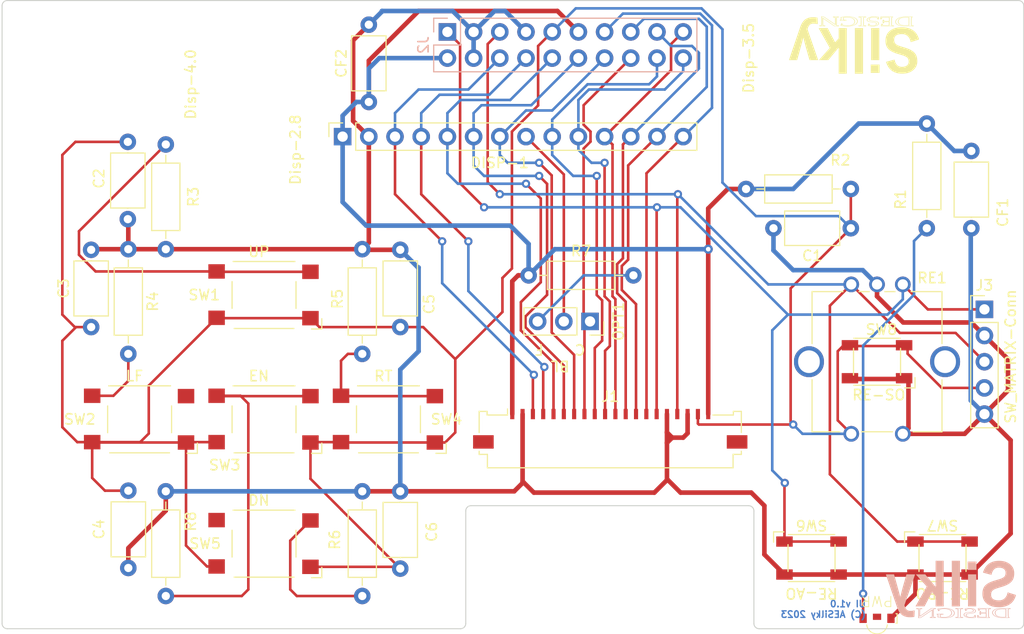
<source format=kicad_pcb>
(kicad_pcb (version 20221018) (generator pcbnew)
  (title_block (title "MuKOB UI Board") (company "Silky Design - AES"))
  (layers (0 "F.Cu" signal) (31 "B.Cu" signal) (34 "B.Paste" user) (35 "F.Paste" user) (36 "B.SilkS" user "B.Silkscreen") (37 "F.SilkS" user "F.Silkscreen") (38 "B.Mask" user) (39 "F.Mask" user) (44 "Edge.Cuts" user))
  (net 0 "")
  (net 1 "/SW_MTRX")
  (net 2 "GND")
  (net 3 "+3.3V")
  (net 4 "/DISP_CS-")
  (net 5 "/DISP_RST-")
  (net 6 "/DISP_D{slash}C-")
  (net 7 "/DISP_MOSI")
  (net 8 "/DISP_SCK")
  (net 9 "Net-(DISP-1-LED_BL)")
  (net 10 "/DISP_MISO")
  (net 11 "/TCH_CLK")
  (net 12 "/TCH_CS-")
  (net 13 "/TCH_MOSI")
  (net 14 "/TCH_MISO")
  (net 15 "/TCH_IRQ-")
  (net 16 "/DISP_BL_LED")
  (net 17 "/RE_A")
  (net 18 "/RE_B")
  (net 19 "Net-(LED1-A)")
  (net 20 "Net-(OPT1-Pin_3)")
  (net 21 "Net-(R3-Pad2)")
  (net 22 "Net-(R4-Pad2)")
  (net 23 "Net-(R5-Pad2)")
  (net 24 "Net-(R6-Pad2)")
  (net 25 "Net-(R8-Pad2)")
  (footprint "Resistor_THT:R_Axial_DIN0207_L6.3mm_D2.5mm_P10.16mm_Horizontal" (layer "F.Cu") (at 190.0428 114.5032)
    (fp_text reference "R2")
    (fp_text value "10k")
  )
  (footprint "AES_Library:SW_PUSH_SMD_1P1T_NO_6x6mm" (layer "F.Cu") (at 131.2418 136.8552 180)
    (fp_text reference "SW2")
    (fp_text value "LF")
  )
  (footprint "MountingHole:MountingHole_3.2mm_M3" (layer "F.Cu") (at 211.8868 101.2952 90)
    (fp_text reference "H4" hide)
    (fp_text value "MountingHole" hide)
  )
  (footprint "AES_Library:LED_SMD_SIDEVIEW_Harvatek" (layer "F.Cu") (at 202.7428 156.6672 -90)
    (fp_text reference "LED1" hide)
    (fp_text value "PWR")
  )
  (footprint "Connector_PinSocket_2.54mm:PinSocket_1x03_P2.54mm_Vertical" (layer "F.Cu") (at 174.9148 127.3552 -90)
    (fp_text reference "OPT1")
    (fp_text value "Conn_01x03")
  )
  (footprint "Rotary_Encoder:RotaryEncoder_Bourns_Vertical_PEC12R-3xxxF-Sxxxx" (layer "F.Cu") (at 205.2428 123.7632 -90)
    (fp_text reference "RE1")
    (fp_text value "RotEnc-SW")
  )
  (footprint "AES_Library:SW_PUSH_SMD_1P1T_NO_45x45mm-CK" (layer "F.Cu") (at 196.3928 150.3172)
    (fp_text reference "SW6")
    (fp_text value "RE-AO")
  )
  (footprint "Resistor_THT:R_Axial_DIN0207_L6.3mm_D2.5mm_P10.16mm_Horizontal" (layer "F.Cu") (at 207.5688 108.1532 -90)
    (fp_text reference "R1")
    (fp_text value "100")
  )
  (footprint "AES_Library:SW_PUSH_SMD_1P1T_NO_45x45mm-CK" (layer "F.Cu") (at 202.7428 131.2672 180)
    (fp_text reference "SW8")
    (fp_text value "RE-SO")
  )
  (footprint "Capacitor_THT:C_Axial_L5.1mm_D3.1mm_P7.50mm_Horizontal" (layer "F.Cu") (at 156.5148 127.9052 90)
    (fp_text reference "C5")
    (fp_text value "0.1uF")
  )
  (footprint "AES_Library:Amphenol_F51L_1x20_P1.00mm_Horizontal-FFC" (layer "F.Cu") (at 176.8748 137.2572)
    (fp_text reference "J1")
    (fp_text value "Conn_01x20-FFC")
  )
  (footprint "MountingHole:MountingHole_3.2mm_M3" (layer "F.Cu") (at 140.5128 107.6452 90)
    (fp_text reference "M_DISP3" hide)
    (fp_text value "Disp-4.0")
  )
  (footprint "Resistor_THT:R_Axial_DIN0207_L6.3mm_D2.5mm_P10.16mm_Horizontal" (layer "F.Cu") (at 133.7818 120.3452 90)
    (fp_text reference "R3")
    (fp_text value "47k")
  )
  (footprint "Capacitor_THT:C_Axial_L5.1mm_D3.1mm_P7.50mm_Horizontal" (layer "F.Cu") (at 130.1468 143.7802 -90)
    (fp_text reference "C4")
    (fp_text value "0.1uF")
  )
  (footprint "MountingHole:MountingHole_3.2mm_M3" (layer "F.Cu") (at 146.3548 103.3272 90)
    (fp_text reference "M_DISP1" hide)
    (fp_text value "Disp-2.8")
  )
  (footprint "Connector_PinHeader_2.54mm:PinHeader_1x05_P2.54mm_Vertical" (layer "F.Cu") (at 213.1568 126.1872)
    (fp_text reference "J3")
    (fp_text value "SW_MATRIX-Conn")
  )
  (footprint "Capacitor_THT:C_Axial_L5.1mm_D3.1mm_P7.50mm_Horizontal" (layer "F.Cu") (at 200.2028 118.3132 180)
    (fp_text reference "C1")
    (fp_text value "0.1uF")
  )
  (footprint "Capacitor_THT:C_Axial_L5.1mm_D3.1mm_P7.50mm_Horizontal" (layer "F.Cu") (at 130.0988 109.9312 -90)
    (fp_text reference "C2")
    (fp_text value "0.1uF")
  )
  (footprint "Resistor_THT:R_Axial_DIN0207_L6.3mm_D2.5mm_P10.16mm_Horizontal" (layer "F.Cu") (at 130.1468 120.3452 -90)
    (fp_text reference "R4")
    (fp_text value "15k")
  )
  (footprint "Resistor_THT:R_Axial_DIN0207_L6.3mm_D2.5mm_P10.16mm_Horizontal" (layer "F.Cu") (at 168.9608 122.8852)
    (fp_text reference "R7")
    (fp_text value "100")
  )
  (footprint "MountingHole:MountingHole_3.2mm_M3" (layer "F.Cu") (at 122.9868 152.0952 90)
    (fp_text reference "H1" hide)
    (fp_text value "MountingHole" hide)
  )
  (footprint "MountingHole:MountingHole_3.2mm_M3" (layer "F.Cu") (at 211.8868 141.9352 90)
    (fp_text reference "H3" hide)
    (fp_text value "MountingHole" hide)
  )
  (footprint "Capacitor_THT:C_Axial_L5.1mm_D3.1mm_P7.50mm_Horizontal" (layer "F.Cu") (at 156.5148 151.3402 90)
    (fp_text reference "C6")
    (fp_text value "0.1uF")
  )
  (footprint "Capacitor_THT:C_Axial_L5.1mm_D3.1mm_P7.50mm_Horizontal" (layer "F.Cu") (at 211.8868 110.8132 -90)
    (fp_text reference "CF1")
    (fp_text value "0.1uF")
  )
  (footprint "Resistor_THT:R_Axial_DIN0207_L6.3mm_D2.5mm_P10.16mm_Horizontal" (layer "F.Cu") (at 152.8318 120.3452 -90)
    (fp_text reference "R5")
    (fp_text value "28k")
  )
  (footprint "Connector_PinSocket_2.54mm:PinSocket_1x14_P2.54mm_Vertical" (layer "F.Cu") (at 150.9268 109.4232 90)
    (fp_text reference "DISP-1")
    (fp_text value "TFT-SPI w/Touch 9/5")
  )
  (footprint "AES_Library:SW_PUSH_SMD_1P1T_NO_45x45mm-CK" (layer "F.Cu") (at 209.0928 150.3172)
    (fp_text reference "SW7")
    (fp_text value "RE-BO")
  )
  (footprint "AES_Library:SW_PUSH_SMD_1P1T_NO_6x6mm" (layer "F.Cu") (at 143.3068 136.8552 180)
    (fp_text reference "SW3")
    (fp_text value "EN")
  )
  (footprint "Capacitor_THT:C_Axial_L5.1mm_D3.1mm_P7.50mm_Horizontal" (layer "F.Cu") (at 126.5428 127.9052 90)
    (fp_text reference "C3")
    (fp_text value "0.1uF")
  )
  (footprint "MountingHole:MountingHole_3.2mm_M3" (layer "F.Cu") (at 122.9868 101.2952 90)
    (fp_text reference "H2" hide)
    (fp_text value "MountingHole" hide)
  )
  (footprint "MountingHole:MountingHole_3.2mm_M3" (layer "F.Cu") (at 192.8368 108.1532 90)
    (fp_text reference "M_DISP2" hide)
    (fp_text value "Disp-3.5")
  )
  (footprint "Resistor_THT:R_Axial_DIN0207_L6.3mm_D2.5mm_P10.16mm_Horizontal" (layer "F.Cu") (at 133.7818 143.8402 -90)
    (fp_text reference "R8")
    (fp_text value "2.2k")
  )
  (footprint "AES_Library:SILKY-DESIGN-logo-0_50-AES" (layer "F.Cu") (at 200.4568 100.5332 180)
    (fp_text reference "G***" hide)
    (fp_text value "LOGO" hide)
  )
  (footprint "AES_Library:SW_PUSH_SMD_1P1T_NO_6x6mm" (layer "F.Cu") (at 143.3068 148.9202 180)
    (fp_text reference "SW5")
    (fp_text value "DN")
  )
  (footprint "Resistor_THT:R_Axial_DIN0207_L6.3mm_D2.5mm_P10.16mm_Horizontal" (layer "F.Cu") (at 152.8318 143.8402 -90)
    (fp_text reference "R6")
    (fp_text value "6.8k")
  )
  (footprint "AES_Library:SW_PUSH_SMD_1P1T_NO_6x6mm" (layer "F.Cu") (at 155.3718 136.8552 180)
    (fp_text reference "SW4")
    (fp_text value "RT")
  )
  (footprint "AES_Library:SW_PUSH_SMD_1P1T_NO_6x6mm" (layer "F.Cu") (at 143.3068 124.7902 180)
    (fp_text reference "SW1")
    (fp_text value "UP")
  )
  (footprint "Capacitor_THT:C_Axial_L5.1mm_D3.1mm_P7.50mm_Horizontal" (layer "F.Cu") (at 153.4668 106.0612 90)
    (fp_text reference "CF2")
    (fp_text value "0.1uF")
  )
  (footprint "AES_Library:SILKY-DESIGN-logo-0_50-AES" (layer "B.Cu") (at 209.8548 153.3652 180)
    (fp_text reference "G***" hide)
    (fp_text value "LOGO" hide)
  )
  (footprint "Connector_PinHeader_2.54mm:PinHeader_2x10_P2.54mm_Vertical" (layer "B.Cu") (at 161.0868 99.2632 -90)
    (fp_text reference "J2")
    (fp_text value "UI 20-RBN")
  )
  (gr_line (start 216.4588 157.1752) (end 191.3128 157.1752) (stroke (width 0.1)) (layer "Edge.Cuts"))
  (gr_line (start 190.2968 145.2372) (end 163.3728 145.2372) (stroke (width 0.1)) (layer "Edge.Cuts"))
  (gr_arc (start 191.3128 157.1752) (mid 190.95359 157.02641) (end 190.8048 156.6672) (stroke (width 0.1)) (layer "Edge.Cuts"))
  (gr_arc (start 190.2968 145.2372) (mid 190.65601 145.38599) (end 190.8048 145.7452) (stroke (width 0.1)) (layer "Edge.Cuts"))
  (gr_arc (start 216.4588 96.2152) (mid 216.81801 96.36399) (end 216.9668 96.7232) (stroke (width 0.1)) (layer "Edge.Cuts"))
  (gr_line (start 162.3568 157.1752) (end 118.4148 157.1752) (stroke (width 0.1)) (layer "Edge.Cuts"))
  (gr_arc (start 117.9068 96.7232) (mid 118.05559 96.36399) (end 118.4148 96.2152) (stroke (width 0.1)) (layer "Edge.Cuts"))
  (gr_line (start 118.4148 96.2152) (end 216.4588 96.2152) (stroke (width 0.1)) (layer "Edge.Cuts"))
  (gr_line (start 117.9068 156.6672) (end 117.9068 96.7232) (stroke (width 0.1)) (layer "Edge.Cuts"))
  (gr_arc (start 162.8648 145.7452) (mid 163.01359 145.38599) (end 163.3728 145.2372) (stroke (width 0.1)) (layer "Edge.Cuts"))
  (gr_arc (start 216.9668 156.6672) (mid 216.81801 157.02641) (end 216.4588 157.1752) (stroke (width 0.1)) (layer "Edge.Cuts"))
  (gr_line (start 216.9668 96.7232) (end 216.9668 156.6672) (stroke (width 0.1)) (layer "Edge.Cuts"))
  (gr_arc (start 162.8648 156.6672) (mid 162.71601 157.02641) (end 162.3568 157.1752) (stroke (width 0.1)) (layer "Edge.Cuts"))
  (gr_arc (start 118.4148 157.1752) (mid 118.05559 157.02641) (end 117.9068 156.6672) (stroke (width 0.1)) (layer "Edge.Cuts"))
  (gr_line (start 190.8048 156.6672) (end 190.8048 145.7452) (stroke (width 0.1)) (layer "Edge.Cuts"))
  (gr_line (start 162.8648 145.7452) (end 162.8648 156.6672) (stroke (width 0.1)) (layer "Edge.Cuts"))
  (gr_text "UI v1.0\n(C) AESilky 2023" (at 201.7268 156.1592) (layer "B.Cu") (effects (font (size 0.635 0.635) (thickness 0.127) bold) (justify left bottom mirror)))
  (gr_text "  BL\nC    F" (at 174.5488 129.4892 180) (layer "F.SilkS") (effects (font (size 1 1)) (justify left bottom)))
  (segment (start 160.8688 139.1052) (end 159.8718 139.1052) (width 0.25) (layer "F.Cu") (net 1))
  (segment (start 147.8068 127.0402) (end 138.7428 127.0402) (width 0.25) (layer "F.Cu") (net 1))
  (segment (start 156.5148 127.9052) (end 158.7408 127.9052) (width 0.25) (layer "F.Cu") (net 1))
  (segment (start 132.1308 133.5802) (end 132.1308 138.2352) (width 0.25) (layer "F.Cu") (net 1))
  (segment (start 169.8818 100.6282) (end 169.8818 106.396499) (width 0.25) (layer "F.Cu") (net 1))
  (segment (start 200.4568 129.7432) (end 205.7068 129.7432) (width 0.25) (layer "F.Cu") (net 1))
  (segment (start 148.6718 127.9052) (end 147.8068 127.0402) (width 0.25) (layer "F.Cu") (net 1))
  (segment (start 138.7068 151.1342) (end 137.7738 151.1342) (width 0.25) (layer "F.Cu") (net 1))
  (segment (start 138.7068 139.0692) (end 135.7778 139.0692) (width 0.25) (layer "F.Cu") (net 1))
  (segment (start 123.7488 111.2012) (end 125.0188 109.9312) (width 0.25) (layer "F.Cu") (net 1))
  (segment (start 126.6418 142.5422) (end 126.6418 139.0692) (width 0.25) (layer "F.Cu") (net 1))
  (segment (start 135.7418 149.1022) (end 135.7418 139.1052) (width 0.25) (layer "F.Cu") (net 1))
  (segment (start 171.2468 99.2632) (end 169.8818 100.6282) (width 0.25) (layer "F.Cu") (net 1))
  (segment (start 194.3678 137.1162) (end 194.6148 137.3632) (width 0.25) (layer "F.Cu") (net 1))
  (segment (start 126.5428 127.9052) (end 125.0788 127.9052) (width 0.25) (layer "F.Cu") (net 1))
  (segment (start 194.3678 124.1482) (end 194.3678 137.1162) (width 0.25) (layer "F.Cu") (net 1))
  (segment (start 125.2008 139.0692) (end 123.7488 137.6172) (width 0.25) (layer "F.Cu") (net 1))
  (segment (start 147.8068 142.6252) (end 147.8068 139.1052) (width 0.25) (layer "F.Cu") (net 1))
  (segment (start 132.1308 138.2352) (end 131.2968 139.0692) (width 0.25) (layer "F.Cu") (net 1))
  (segment (start 135.7418 139.1052) (end 126.6778 139.1052) (width 0.25) (layer "F.Cu") (net 1))
  (segment (start 185.3748 137.2672) (end 185.4708 137.3632) (width 0.25) (layer "F.Cu") (net 1))
  (segment (start 161.8488 131.0132) (end 161.8488 138.1252) (width 0.25) (layer "F.Cu") (net 1))
  (segment (start 131.2968 139.0692) (end 126.6418 139.0692) (width 0.25) (layer "F.Cu") (net 1))
  (segment (start 209.0208 133.8072) (end 213.1568 133.8072) (width 0.25) (layer "F.Cu") (net 1))
  (segment (start 150.7718 139.0692) (end 147.8428 139.0692) (width 0.25) (layer "F.Cu") (net 1))
  (segment (start 198.9328 136.9532) (end 200.2428 138.2632) (width 0.25) (layer "F.Cu") (net 1))
  (segment (start 125.0188 109.9312) (end 130.0988 109.9312) (width 0.25) (layer "F.Cu") (net 1))
  (segment (start 166.4208 123.1392) (end 166.4208 126.4412) (width 0.25) (layer "F.Cu") (net 1))
  (segment (start 150.8198 145.6382) (end 147.8068 142.6252) (width 0.25) (layer "F.Cu") (net 1))
  (segment (start 150.8198 145.6452) (end 150.8198 145.6382) (width 0.25) (layer "F.Cu") (net 1))
  (segment (start 137.7738 151.1342) (end 135.7418 149.1022) (width 0.25) (layer "F.Cu") (net 1))
  (segment (start 185.3748 136.3472) (end 185.3748 137.2672) (width 0.25) (layer "F.Cu") (net 1))
  (segment (start 126.6418 139.0692) (end 125.2008 139.0692) (width 0.25) (layer "F.Cu") (net 1))
  (segment (start 138.7068 127.0042) (end 132.1308 133.5802) (width 0.25) (layer "F.Cu") (net 1))
  (segment (start 169.8818 106.396499) (end 167.3418 108.936499) (width 0.25) (layer "F.Cu") (net 1))
  (segment (start 127.8798 143.7802) (end 126.6418 142.5422) (width 0.25) (layer "F.Cu") (net 1))
  (segment (start 156.5148 127.9052) (end 148.6718 127.9052) (width 0.25) (layer "F.Cu") (net 1))
  (segment (start 205.7068 130.4932) (end 209.0208 133.8072) (width 0.25) (layer "F.Cu") (net 1))
  (segment (start 147.8068 151.1702) (end 156.3448 151.1702) (width 0.25) (layer "F.Cu") (net 1))
  (segment (start 123.7488 126.6952) (end 123.7488 111.2012) (width 0.25) (layer "F.Cu") (net 1))
  (segment (start 166.4208 126.4412) (end 161.8488 131.0132) (width 0.25) (layer "F.Cu") (net 1))
  (segment (start 205.7068 129.7432) (end 205.7068 130.4932) (width 0.25) (layer "F.Cu") (net 1))
  (segment (start 130.1468 143.7802) (end 127.8798 143.7802) (width 0.25) (layer "F.Cu") (net 1))
  (segment (start 200.2028 118.3132) (end 194.3678 124.1482) (width 0.25) (layer "F.Cu") (net 1))
  (segment (start 123.7488 137.6172) (end 123.7488 129.2352) (width 0.25) (layer "F.Cu") (net 1))
  (segment (start 198.9328 130.2512) (end 198.9328 136.9532) (width 0.25) (layer "F.Cu") (net 1))
  (segment (start 200.2028 114.5032) (end 200.2028 118.3132) (width 0.25) (layer "F.Cu") (net 1))
  (segment (start 159.8718 139.1052) (end 150.8078 139.1052) (width 0.25) (layer "F.Cu") (net 1))
  (segment (start 123.7488 129.2352) (end 125.0788 127.9052) (width 0.25) (layer "F.Cu") (net 1))
  (segment (start 158.7408 127.9052) (end 161.8488 131.0132) (width 0.25) (layer "F.Cu") (net 1))
  (segment (start 167.3418 122.2182) (end 166.4208 123.1392) (width 0.25) (layer "F.Cu") (net 1))
  (segment (start 161.8488 138.1252) (end 160.8688 139.1052) (width 0.25) (layer "F.Cu") (net 1))
  (segment (start 167.3418 122.2182) (end 167.3418 108.936499) (width 0.25) (layer "F.Cu") (net 1))
  (segment (start 125.0788 127.9052) (end 124.9588 127.9052) (width 0.25) (layer "F.Cu") (net 1))
  (segment (start 124.9588 127.9052) (end 123.7488 126.6952) (width 0.25) (layer "F.Cu") (net 1))
  (segment (start 200.4568 129.7432) (end 199.4408 129.7432) (width 0.25) (layer "F.Cu") (net 1))
  (segment (start 156.5148 151.3402) (end 150.8198 145.6452) (width 0.25) (layer "F.Cu") (net 1))
  (segment (start 185.4708 137.3632) (end 194.6148 137.3632) (width 0.25) (layer "F.Cu") (net 1))
  (segment (start 199.4408 129.7432) (end 198.9328 130.2512) (width 0.25) (layer "F.Cu") (net 1))
  (via (at 194.6148 137.3632) (size 0.8) (drill 0.4) (layers "F.Cu" "B.Cu") (net 1))
  (segment (start 185.7248 96.9772) (end 187.7568 99.0092) (width 0.25) (layer "B.Cu") (net 1))
  (segment (start 195.5148 138.2632) (end 200.2428 138.2632) (width 0.25) (layer "B.Cu") (net 1))
  (segment (start 199.0238 117.1342) (end 200.2028 118.3132) (width 0.25) (layer "B.Cu") (net 1))
  (segment (start 194.6148 137.3632) (end 195.5148 138.2632) (width 0.25) (layer "B.Cu") (net 1))
  (segment (start 191.006442 117.1342) (end 199.0238 117.1342) (width 0.25) (layer "B.Cu") (net 1))
  (segment (start 171.2468 99.2632) (end 173.5328 96.9772) (width 0.25) (layer "B.Cu") (net 1))
  (segment (start 173.5328 96.9772) (end 185.7248 96.9772) (width 0.25) (layer "B.Cu") (net 1))
  (segment (start 187.7568 99.0092) (end 187.7568 113.884558) (width 0.25) (layer "B.Cu") (net 1))
  (segment (start 187.7568 113.884558) (end 191.006442 117.1342) (width 0.25) (layer "B.Cu") (net 1))
  (segment (start 130.1468 120.3452) (end 126.6028 120.3452) (width 0.4445) (layer "F.Cu") (net 2))
  (segment (start 213.1568 136.3472) (end 215.6968 138.8872) (width 0.4445) (layer "F.Cu") (net 2))
  (segment (start 130.1468 149.3492) (end 130.1468 151.2802) (width 0.4445) (layer "F.Cu") (net 2))
  (segment (start 202.7428 124.9172) (end 202.7428 123.7632) (width 0.4445) (layer "F.Cu") (net 2))
  (segment (start 199.0178 151.9172) (end 206.4678 151.9172) (width 0.4445) (layer "F.Cu") (net 2))
  (segment (start 183.9468 138.6332) (end 182.8828 138.6332) (width 0.4445) (layer "F.Cu") (net 2))
  (segment (start 184.3748 138.2052) (end 183.9468 138.6332) (width 0.4445) (layer "F.Cu") (net 2))
  (segment (start 156.5148 120.4052) (end 152.8918 120.4052) (width 0.4445) (layer "F.Cu") (net 2))
  (segment (start 213.1568 128.7272) (end 215.4428 131.0132) (width 0.4445) (layer "F.Cu") (net 2))
  (segment (start 206.4678 151.9172) (end 206.4678 153.7922) (width 0.4445) (layer "F.Cu") (net 2))
  (segment (start 182.3748 136.3472) (end 182.3748 138.1252) (width 0.4445) (layer "F.Cu") (net 2))
  (segment (start 153.4668 109.4232) (end 153.4668 119.7102) (width 0.4445) (layer "F.Cu") (net 2))
  (segment (start 211.7178 151.9172) (end 215.6968 147.9382) (width 0.4445) (layer "F.Cu") (net 2))
  (segment (start 183.6928 143.9672) (end 182.4708 142.7452) (width 0.4445) (layer "F.Cu") (net 2))
  (segment (start 191.8208 149.9702) (end 193.7678 151.9172) (width 0.4445) (layer "F.Cu") (net 2))
  (segment (start 156.5148 143.8402) (end 152.8318 143.8402) (width 0.4445) (layer "F.Cu") (net 2))
  (segment (start 182.8828 138.6332) (end 182.3748 138.1252) (width 0.4445) (layer "F.Cu") (net 2))
  (segment (start 191.8208 145.2372) (end 191.8208 149.9702) (width 0.4445) (layer "F.Cu") (net 2))
  (segment (start 182.3748 142.7452) (end 181.1528 143.9672) (width 0.4445) (layer "F.Cu") (net 2))
  (segment (start 206.4678 153.7922) (end 204.0928 156.1672) (width 0.4445) (layer "F.Cu") (net 2))
  (segment (start 168.3748 142.8732) (end 168.3748 136.3472) (width 0.4445) (layer "F.Cu") (net 2))
  (segment (start 190.5508 143.9672) (end 191.8208 145.2372) (width 0.4445) (layer "F.Cu") (net 2))
  (segment (start 200.4568 132.9432) (end 205.7068 132.9432) (width 0.4445) (layer "F.Cu") (net 2))
  (segment (start 205.2828 127.4572) (end 202.7428 124.9172) (width 0.4445) (layer "F.Cu") (net 2))
  (segment (start 152.8318 120.3452) (end 133.7818 120.3452) (width 0.4445) (layer "F.Cu") (net 2))
  (segment (start 213.1568 136.3472) (end 211.2408 138.2632) (width 0.4445) (layer "F.Cu") (net 2))
  (segment (start 151.9428 107.8992) (end 153.4668 109.4232) (width 0.4445) (layer "F.Cu") (net 2))
  (segment (start 211.2408 138.2632) (end 205.2428 138.2632) (width 0.4445) (layer "F.Cu") (net 2))
  (segment (start 182.3748 138.1252) (end 182.3748 139.1412) (width 0.4445) (layer "F.Cu") (net 2))
  (segment (start 168.4528 142.9512) (end 168.3748 142.8732) (width 0.4445) (layer "F.Cu") (net 2))
  (segment (start 153.4668 98.5612) (end 151.9428 100.0852) (width 0.4445) (layer "F.Cu") (net 2))
  (segment (start 213.1568 128.7272) (end 211.8868 127.4572) (width 0.4445) (layer "F.Cu") (net 2))
  (segment (start 153.4668 119.7102) (end 152.8318 120.3452) (width 0.4445) (layer "F.Cu") (net 2))
  (segment (start 205.7908 133.0272) (end 205.7908 137.7152) (width 0.4445) (layer "F.Cu") (net 2))
  (segment (start 205.7908 137.7152) (end 205.2428 138.2632) (width 0.4445) (layer "F.Cu") (net 2))
  (segment (start 183.6928 143.9672) (end 190.5508 143.9672) (width 0.4445) (layer "F.Cu") (net 2))
  (segment (start 169.4688 143.9672) (end 168.4528 142.9512) (width 0.4445) (layer "F.Cu") (net 2))
  (segment (start 211.8868 127.4572) (end 205.2828 127.4572) (width 0.4445) (layer "F.Cu") (net 2))
  (segment (start 182.3748 139.1412) (end 182.3748 142.7452) (width 0.4445) (layer "F.Cu") (net 2))
  (segment (start 215.6968 138.8872) (end 215.6968 147.9382) (width 0.4445) (layer "F.Cu") (net 2))
  (segment (start 206.4678 151.9172) (end 211.7178 151.9172) (width 0.4445) (layer "F.Cu") (net 2))
  (segment (start 133.7818 145.7142) (end 130.1948 149.3012) (width 0.4445) (layer "F.Cu") (net 2))
  (segment (start 156.5148 143.8402) (end 167.5638 143.8402) (width 0.4445) (layer "F.Cu") (net 2))
  (segment (start 133.7818 143.8402) (end 133.7818 145.7142) (width 0.4445) (layer "F.Cu") (net 2))
  (segment (start 215.4428 131.0132) (end 215.4428 134.0612) (width 0.4445) (layer "F.Cu") (net 2))
  (segment (start 151.9428 100.0852) (end 151.9428 107.8992) (width 0.4445) (layer "F.Cu") (net 2))
  (segment (start 193.7678 151.9172) (end 199.0178 151.9172) (width 0.4445) (layer "F.Cu") (net 2))
  (segment (start 181.1528 143.9672) (end 169.4688 143.9672) (width 0.4445) (layer "F.Cu") (net 2))
  (segment (start 130.1468 120.3452) (end 130.1468 117.4792) (width 0.4445) (layer "F.Cu") (net 2))
  (segment (start 167.5638 143.8402) (end 168.4528 142.9512) (width 0.4445) (layer "F.Cu") (net 2))
  (segment (start 213.1568 136.3472) (end 215.4428 134.0612) (width 0.4445) (layer "F.Cu") (net 2))
  (segment (start 182.8828 138.6332) (end 182.3748 139.1412) (width 0.4445) (layer "F.Cu") (net 2))
  (segment (start 133.7818 120.3452) (end 130.1468 120.3452) (width 0.4445) (layer "F.Cu") (net 2))
  (segment (start 182.4708 142.7452) (end 182.3748 142.7452) (width 0.4445) (layer "F.Cu") (net 2))
  (segment (start 184.3748 136.3472) (end 184.3748 138.2052) (width 0.4445) (layer "F.Cu") (net 2))
  (segment (start 154.7368 97.2312) (end 161.5948 97.2312) (width 0.4445) (layer "B.Cu") (net 2))
  (segment (start 192.7028 118.3132) (end 192.7028 120.4652) (width 0.4445) (layer "B.Cu") (net 2))
  (segment (start 166.6748 97.2312) (end 168.7068 99.2632) (width 0.4445) (layer "B.Cu") (net 2))
  (segment (start 158.2328 122.1232) (end 158.2928 122.1232) (width 0.4445) (layer "B.Cu") (net 2))
  (segment (start 211.83055 118.36945) (end 211.83055 135.02095) (width 0.4445) (layer "B.Cu") (net 2))
  (segment (start 158.2928 130.2512) (end 156.5148 132.0292) (width 0.4445) (layer "B.Cu") (net 2))
  (segment (start 163.6268 99.2632) (end 163.6268 101.8032) (width 0.4445) (layer "B.Cu") (net 2))
  (segment (start 133.7818 143.8402) (end 152.8318 143.8402) (width 0.4445) (layer "B.Cu") (net 2))
  (segment (start 163.6268 99.2632) (end 165.6588 97.2312) (width 0.4445) (layer "B.Cu") (net 2))
  (segment (start 154.7368 97.2912) (end 154.7368 97.2312) (width 0.4445) (layer "B.Cu") (net 2))
  (segment (start 211.83055 135.02095) (end 213.1568 136.3472) (width 0.4445) (layer "B.Cu") (net 2))
  (segment (start 158.2928 122.1232) (end 158.2928 130.2512) (width 0.4445) (layer "B.Cu") (net 2))
  (segment (start 201.3568 122.3772) (end 194.6148 122.3772) (width 0.4445) (layer "B.Cu") (net 2))
  (segment (start 165.6588 97.2312) (end 166.6748 97.2312) (width 0.4445) (layer "B.Cu") (net 2))
  (segment (start 192.7028 120.4652) (end 194.6148 122.3772) (width 0.4445) (layer "B.Cu") (net 2))
  (segment (start 161.5948 97.2312) (end 163.6268 99.2632) (width 0.4445) (layer "B.Cu") (net 2))
  (segment (start 156.5148 132.0292) (end 156.5148 143.8402) (width 0.4445) (layer "B.Cu") (net 2))
  (segment (start 156.5148 120.4052) (end 158.2328 122.1232) (width 0.4445) (layer "B.Cu") (net 2))
  (segment (start 202.7428 123.7632) (end 201.3568 122.3772) (width 0.4445) (layer "B.Cu") (net 2))
  (segment (start 153.4668 98.5612) (end 154.7368 97.2912) (width 0.4445) (layer "B.Cu") (net 2))
  (segment (start 188.2648 114.5032) (end 190.0428 114.5032) (width 0.4445) (layer "F.Cu") (net 3))
  (segment (start 168.9608 122.8852) (end 167.9448 122.8852) (width 0.4445) (layer "F.Cu") (net 3))
  (segment (start 153.4668 106.0612) (end 153.4668 102.0572) (width 0.4445) (layer "F.Cu") (net 3))
  (segment (start 158.2928 97.2312) (end 171.7548 97.2312) (width 0.4445) (layer "F.Cu") (net 3))
  (segment (start 167.9448 122.8852) (end 167.3748 123.4552) (width 0.4445) (layer "F.Cu") (net 3))
  (segment (start 186.3748 116.3932) (end 188.2648 114.5032) (width 0.4445) (layer "F.Cu") (net 3))
  (segment (start 171.7548 97.2312) (end 173.7868 99.2632) (width 0.4445) (layer "F.Cu") (net 3))
  (segment (start 186.3748 136.3472) (end 186.3748 120.3452) (width 0.4445) (layer "F.Cu") (net 3))
  (segment (start 186.3748 120.3452) (end 186.3748 116.3932) (width 0.4445) (layer "F.Cu") (net 3))
  (segment (start 153.4668 102.0572) (end 158.2928 97.2312) (width 0.4445) (layer "F.Cu") (net 3))
  (segment (start 167.3748 123.4552) (end 167.3748 136.3472) (width 0.4445) (layer "F.Cu") (net 3))
  (via (at 186.3748 120.3452) (size 0.889) (drill 0.4445) (layers "F.Cu" "B.Cu") (net 3))
  (segment (start 210.2288 110.8132) (end 207.5688 108.1532) (width 0.4445) (layer "B.Cu") (net 3))
  (segment (start 168.9608 119.8372) (end 168.9608 122.8852) (width 0.4445) (layer "B.Cu") (net 3))
  (segment (start 171.5008 120.3452) (end 186.3748 120.3452) (width 0.4445) (layer "B.Cu") (net 3))
  (segment (start 150.9268 115.7732) (end 150.9268 109.4232) (width 0.4445) (layer "B.Cu") (net 3))
  (segment (start 194.6148 114.5032) (end 190.0428 114.5032) (width 0.4445) (layer "B.Cu") (net 3))
  (segment (start 207.5688 108.1532) (end 200.9648 108.1532) (width 0.4445) (layer "B.Cu") (net 3))
  (segment (start 167.1828 118.0592) (end 168.9608 119.8372) (width 0.4445) (layer "B.Cu") (net 3))
  (segment (start 152.2568 106.0612) (end 153.4668 106.0612) (width 0.4445) (layer "B.Cu") (net 3))
  (segment (start 153.4668 102.8192) (end 154.4828 101.8032) (width 0.4445) (layer "B.Cu") (net 3))
  (segment (start 211.8868 110.8132) (end 210.2288 110.8132) (width 0.4445) (layer "B.Cu") (net 3))
  (segment (start 153.4668 106.0612) (end 153.4668 102.8192) (width 0.4445) (layer "B.Cu") (net 3))
  (segment (start 150.9268 109.4232) (end 150.9268 107.3912) (width 0.4445) (layer "B.Cu") (net 3))
  (segment (start 167.1828 118.0592) (end 153.2128 118.0592) (width 0.4445) (layer "B.Cu") (net 3))
  (segment (start 171.5008 120.3452) (end 168.9608 122.8852) (width 0.4445) (layer "B.Cu") (net 3))
  (segment (start 153.2128 118.0592) (end 150.9268 115.7732) (width 0.4445) (layer "B.Cu") (net 3))
  (segment (start 154.4828 101.8032) (end 161.0868 101.8032) (width 0.4445) (layer "B.Cu") (net 3))
  (segment (start 200.9648 108.1532) (end 194.6148 114.5032) (width 0.4445) (layer "B.Cu") (net 3))
  (segment (start 150.9268 107.3912) (end 152.2568 106.0612) (width 0.4445) (layer "B.Cu") (net 3))
  (segment (start 160.5788 119.5832) (end 156.0068 115.0112) (width 0.25) (layer "F.Cu") (net 4))
  (segment (start 169.3748 136.3472) (end 169.3748 132.6312) (width 0.25) (layer "F.Cu") (net 4))
  (segment (start 156.0068 115.0112) (end 156.0068 109.4232) (width 0.25) (layer "F.Cu") (net 4))
  (segment (start 169.3748 132.6312) (end 169.4688 132.5372) (width 0.25) (layer "F.Cu") (net 4))
  (via (at 169.4688 132.5372) (size 0.8) (drill 0.4) (layers "F.Cu" "B.Cu") (net 4))
  (via (at 160.5788 119.5832) (size 0.8) (drill 0.4) (layers "F.Cu" "B.Cu") (net 4))
  (segment (start 156.0068 107.1372) (end 156.0068 109.4232) (width 0.25) (layer "B.Cu") (net 4))
  (segment (start 158.2928 104.8512) (end 156.0068 107.1372) (width 0.25) (layer "B.Cu") (net 4))
  (segment (start 166.1668 101.8032) (end 163.1188 104.8512) (width 0.25) (layer "B.Cu") (net 4))
  (segment (start 160.5788 123.6472) (end 160.5788 119.5832) (width 0.25) (layer "B.Cu") (net 4))
  (segment (start 169.4688 132.5372) (end 160.5788 123.6472) (width 0.25) (layer "B.Cu") (net 4))
  (segment (start 163.1188 104.8512) (end 158.2928 104.8512) (width 0.25) (layer "B.Cu") (net 4))
  (segment (start 170.3748 131.8852) (end 170.4848 131.7752) (width 0.25) (layer "F.Cu") (net 5))
  (segment (start 158.5468 115.0112) (end 158.5468 109.4232) (width 0.25) (layer "F.Cu") (net 5))
  (segment (start 163.1188 119.5832) (end 158.5468 115.0112) (width 0.25) (layer "F.Cu") (net 5))
  (segment (start 170.3748 136.3472) (end 170.3748 131.8852) (width 0.25) (layer "F.Cu") (net 5))
  (via (at 163.1188 119.5832) (size 0.8) (drill 0.4) (layers "F.Cu" "B.Cu") (net 5))
  (via (at 170.4848 131.7752) (size 0.8) (drill 0.4) (layers "F.Cu" "B.Cu") (net 5))
  (segment (start 160.3248 105.3592) (end 158.5468 107.1372) (width 0.25) (layer "B.Cu") (net 5))
  (segment (start 163.1188 124.4092) (end 163.1188 119.5832) (width 0.25) (layer "B.Cu") (net 5))
  (segment (start 168.7068 101.8032) (end 165.1508 105.3592) (width 0.25) (layer "B.Cu") (net 5))
  (segment (start 165.1508 105.3592) (end 160.3248 105.3592) (width 0.25) (layer "B.Cu") (net 5))
  (segment (start 170.4848 131.7752) (end 163.1188 124.4092) (width 0.25) (layer "B.Cu") (net 5))
  (segment (start 158.5468 107.1372) (end 158.5468 109.4232) (width 0.25) (layer "B.Cu") (net 5))
  (segment (start 171.3748 136.3472) (end 171.3748 131.3952) (width 0.25) (layer "F.Cu") (net 6))
  (segment (start 171.3748 131.3952) (end 168.2098 128.2302) (width 0.25) (layer "F.Cu") (net 6))
  (segment (start 168.2098 125.4832) (end 170.1398 123.5532) (width 0.25) (layer "F.Cu") (net 6))
  (segment (start 170.1398 115.4282) (end 168.7068 113.9952) (width 0.25) (layer "F.Cu") (net 6))
  (segment (start 168.2098 128.2302) (end 168.2098 125.4832) (width 0.25) (layer "F.Cu") (net 6))
  (segment (start 170.1398 123.5532) (end 170.1398 115.4282) (width 0.25) (layer "F.Cu") (net 6))
  (via (at 168.7068 113.9952) (size 0.8) (drill 0.4) (layers "F.Cu" "B.Cu") (net 6))
  (segment (start 162.1028 113.9952) (end 161.0868 112.9792) (width 0.25) (layer "B.Cu") (net 6))
  (segment (start 168.7068 113.9952) (end 162.1028 113.9952) (width 0.25) (layer "B.Cu") (net 6))
  (segment (start 161.0868 107.1372) (end 161.0868 109.4232) (width 0.25) (layer "B.Cu") (net 6))
  (segment (start 171.2468 101.8032) (end 167.1828 105.8672) (width 0.25) (layer "B.Cu") (net 6))
  (segment (start 161.0868 112.9792) (end 161.0868 109.4232) (width 0.25) (layer "B.Cu") (net 6))
  (segment (start 162.3568 105.8672) (end 161.0868 107.1372) (width 0.25) (layer "B.Cu") (net 6))
  (segment (start 167.1828 105.8672) (end 162.3568 105.8672) (width 0.25) (layer "B.Cu") (net 6))
  (segment (start 170.7498 114.0062) (end 169.9768 113.2332) (width 0.25) (layer "F.Cu") (net 7))
  (segment (start 172.3748 136.3472) (end 172.3748 131.6332) (width 0.25) (layer "F.Cu") (net 7))
  (segment (start 168.6598 127.9182) (end 168.6598 126.868499) (width 0.25) (layer "F.Cu") (net 7))
  (segment (start 168.6598 126.868499) (end 170.7498 124.778499) (width 0.25) (layer "F.Cu") (net 7))
  (segment (start 170.7498 124.778499) (end 170.7498 114.0062) (width 0.25) (layer "F.Cu") (net 7))
  (segment (start 172.3748 131.6332) (end 168.6598 127.9182) (width 0.25) (layer "F.Cu") (net 7))
  (via (at 169.9768 113.2332) (size 0.8) (drill 0.4) (layers "F.Cu" "B.Cu") (net 7))
  (segment (start 169.9768 113.2332) (end 164.6428 113.2332) (width 0.25) (layer "B.Cu") (net 7))
  (segment (start 163.6268 112.2172) (end 163.6268 109.4232) (width 0.25) (layer "B.Cu") (net 7))
  (segment (start 164.6428 113.2332) (end 163.6268 112.2172) (width 0.25) (layer "B.Cu") (net 7))
  (segment (start 169.2148 106.3752) (end 164.3888 106.3752) (width 0.25) (layer "B.Cu") (net 7))
  (segment (start 173.7868 101.8032) (end 169.2148 106.3752) (width 0.25) (layer "B.Cu") (net 7))
  (segment (start 163.6268 107.1372) (end 163.6268 109.4232) (width 0.25) (layer "B.Cu") (net 7))
  (segment (start 164.3888 106.3752) (end 163.6268 107.1372) (width 0.25) (layer "B.Cu") (net 7))
  (segment (start 171.1998 128.4262) (end 171.1998 113.1862) (width 0.25) (layer "F.Cu") (net 8))
  (segment (start 173.3748 136.3472) (end 173.3748 130.6012) (width 0.25) (layer "F.Cu") (net 8))
  (segment (start 171.1998 113.1862) (end 169.9768 111.9632) (width 0.25) (layer "F.Cu") (net 8))
  (segment (start 173.3748 130.6012) (end 171.1998 128.4262) (width 0.25) (layer "F.Cu") (net 8))
  (via (at 169.9768 111.9632) (size 0.8) (drill 0.4) (layers "F.Cu" "B.Cu") (net 8))
  (segment (start 166.1668 111.2012) (end 166.1668 109.4232) (width 0.25) (layer "B.Cu") (net 8))
  (segment (start 166.9288 111.9632) (end 166.1668 111.2012) (width 0.25) (layer "B.Cu") (net 8))
  (segment (start 168.7068 106.8832) (end 166.1668 109.4232) (width 0.25) (layer "B.Cu") (net 8))
  (segment (start 169.9768 111.9632) (end 166.9288 111.9632) (width 0.25) (layer "B.Cu") (net 8))
  (segment (start 176.3268 101.8032) (end 171.2468 106.8832) (width 0.25) (layer "B.Cu") (net 8))
  (segment (start 171.2468 106.8832) (end 168.7068 106.8832) (width 0.25) (layer "B.Cu") (net 8))
  (segment (start 172.3748 113.0912) (end 168.7068 109.4232) (width 0.25) (layer "F.Cu") (net 9))
  (segment (start 172.3748 127.3552) (end 172.3748 113.0912) (width 0.25) (layer "F.Cu") (net 9))
  (segment (start 175.3748 129.9332) (end 176.0898 129.2182) (width 0.25) (layer "F.Cu") (net 10))
  (segment (start 176.0898 129.2182) (end 176.0898 125.316596) (width 0.25) (layer "F.Cu") (net 10))
  (segment (start 175.5648 124.791596) (end 175.5648 113.2332) (width 0.25) (layer "F.Cu") (net 10))
  (segment (start 175.3748 136.3472) (end 175.3748 129.9332) (width 0.25) (layer "F.Cu") (net 10))
  (segment (start 176.0898 125.316596) (end 175.5648 124.791596) (width 0.25) (layer "F.Cu") (net 10))
  (via (at 175.5648 113.2332) (size 0.8) (drill 0.4) (layers "F.Cu" "B.Cu") (net 10))
  (segment (start 180.6448 104.3432) (end 174.674404 104.3432) (width 0.25) (layer "B.Cu") (net 10))
  (segment (start 175.5648 113.2332) (end 173.2788 113.2332) (width 0.25) (layer "B.Cu") (net 10))
  (segment (start 174.674404 104.3432) (end 171.2468 107.770804) (width 0.25) (layer "B.Cu") (net 10))
  (segment (start 173.2788 113.2332) (end 171.2468 111.2012) (width 0.25) (layer "B.Cu") (net 10))
  (segment (start 171.2468 107.770804) (end 171.2468 109.4232) (width 0.25) (layer "B.Cu") (net 10))
  (segment (start 181.4068 103.5812) (end 180.6448 104.3432) (width 0.25) (layer "B.Cu") (net 10))
  (segment (start 171.2468 111.2012) (end 171.2468 109.4232) (width 0.25) (layer "B.Cu") (net 10))
  (segment (start 181.4068 101.8032) (end 181.4068 103.5812) (width 0.25) (layer "B.Cu") (net 10))
  (segment (start 176.3268 124.9172) (end 176.8348 125.4252) (width 0.25) (layer "F.Cu") (net 11))
  (segment (start 176.8348 125.4252) (end 176.8348 129.7432) (width 0.25) (layer "F.Cu") (net 11))
  (segment (start 176.3268 111.9632) (end 176.3268 124.9172) (width 0.25) (layer "F.Cu") (net 11))
  (segment (start 176.8348 129.7432) (end 176.3748 130.2032) (width 0.25) (layer "F.Cu") (net 11))
  (segment (start 176.3748 130.2032) (end 176.3748 136.3472) (width 0.25) (layer "F.Cu") (net 11))
  (via (at 176.3268 111.9632) (size 0.8) (drill 0.4) (layers "F.Cu" "B.Cu") (net 11))
  (segment (start 176.3268 111.9632) (end 175.0568 111.9632) (width 0.25) (layer "B.Cu") (net 11))
  (segment (start 173.7868 105.8672) (end 173.7868 109.4232) (width 0.25) (layer "B.Cu") (net 11))
  (segment (start 183.9468 103.0732) (end 182.1688 104.8512) (width 0.25) (layer "B.Cu") (net 11))
  (segment (start 183.9468 101.8032) (end 183.9468 103.0732) (width 0.25) (layer "B.Cu") (net 11))
  (segment (start 175.0568 111.9632) (end 173.7868 110.6932) (width 0.25) (layer "B.Cu") (net 11))
  (segment (start 174.8028 104.8512) (end 173.7868 105.8672) (width 0.25) (layer "B.Cu") (net 11))
  (segment (start 182.1688 104.8512) (end 174.8028 104.8512) (width 0.25) (layer "B.Cu") (net 11))
  (segment (start 173.7868 110.6932) (end 173.7868 109.4232) (width 0.25) (layer "B.Cu") (net 11))
  (segment (start 177.3748 125.1962) (end 177.0958 124.9172) (width 0.25) (layer "F.Cu") (net 12))
  (segment (start 177.0958 124.9172) (end 177.0958 110.1922) (width 0.25) (layer "F.Cu") (net 12))
  (segment (start 182.7718 100.4382) (end 182.7718 102.9782) (width 0.25) (layer "F.Cu") (net 12))
  (segment (start 182.7718 102.9782) (end 176.3268 109.4232) (width 0.25) (layer "F.Cu") (net 12))
  (segment (start 177.0958 110.1922) (end 176.3268 109.4232) (width 0.25) (layer "F.Cu") (net 12))
  (segment (start 177.3748 136.3472) (end 177.3748 125.1962) (width 0.25) (layer "F.Cu") (net 12))
  (segment (start 183.9468 99.2632) (end 182.7718 100.4382) (width 0.25) (layer "F.Cu") (net 12))
  (segment (start 178.3748 136.3472) (end 178.3748 125.4412) (width 0.25) (layer "F.Cu") (net 13))
  (segment (start 177.5458 121.791804) (end 178.1048 121.232804) (width 0.25) (layer "F.Cu") (net 13))
  (segment (start 177.5458 124.6122) (end 177.5458 121.791804) (width 0.25) (layer "F.Cu") (net 13))
  (segment (start 178.3748 125.4412) (end 177.5458 124.6122) (width 0.25) (layer "F.Cu") (net 13))
  (segment (start 178.1048 110.1852) (end 178.8668 109.4232) (width 0.25) (layer "F.Cu") (net 13))
  (segment (start 178.1048 121.232804) (end 178.1048 110.1852) (width 0.25) (layer "F.Cu") (net 13))
  (segment (start 182.7718 100.6282) (end 184.8038 100.6282) (width 0.25) (layer "B.Cu") (net 13))
  (segment (start 185.4708 101.2952) (end 185.4708 102.8192) (width 0.25) (layer "B.Cu") (net 13))
  (segment (start 181.4068 99.2632) (end 182.7718 100.6282) (width 0.25) (layer "B.Cu") (net 13))
  (segment (start 185.4708 102.8192) (end 178.8668 109.4232) (width 0.25) (layer "B.Cu") (net 13))
  (segment (start 184.8038 100.6282) (end 185.4708 101.2952) (width 0.25) (layer "B.Cu") (net 13))
  (segment (start 178.6128 121.3612) (end 178.6128 112.2172) (width 0.25) (layer "F.Cu") (net 14))
  (segment (start 177.9958 124.3002) (end 177.9958 121.9782) (width 0.25) (layer "F.Cu") (net 14))
  (segment (start 177.9958 121.9782) (end 178.6128 121.3612) (width 0.25) (layer "F.Cu") (net 14))
  (segment (start 178.6128 112.2172) (end 181.4068 109.4232) (width 0.25) (layer "F.Cu") (net 14))
  (segment (start 179.3748 136.3472) (end 179.3748 125.6792) (width 0.25) (layer "F.Cu") (net 14))
  (segment (start 179.3748 125.6792) (end 177.9958 124.3002) (width 0.25) (layer "F.Cu") (net 14))
  (segment (start 180.1368 97.9932) (end 185.46942 97.9932) (width 0.25) (layer "B.Cu") (net 14))
  (segment (start 178.8668 99.2632) (end 180.1368 97.9932) (width 0.25) (layer "B.Cu") (net 14))
  (segment (start 186.2328 98.75658) (end 186.2328 104.5972) (width 0.25) (layer "B.Cu") (net 14))
  (segment (start 186.2328 104.5972) (end 181.4068 109.4232) (width 0.25) (layer "B.Cu") (net 14))
  (segment (start 185.46942 97.9932) (end 186.2328 98.75658) (width 0.25) (layer "B.Cu") (net 14))
  (segment (start 183.9468 109.4232) (end 180.3908 112.9792) (width 0.25) (layer "F.Cu") (net 15))
  (segment (start 180.3908 112.9792) (end 180.3908 136.3312) (width 0.25) (layer "F.Cu") (net 15))
  (segment (start 186.7408 106.6292) (end 183.9468 109.4232) (width 0.25) (layer "B.Cu") (net 15))
  (segment (start 176.3268 99.2632) (end 178.1048 97.4852) (width 0.25) (layer "B.Cu") (net 15))
  (segment (start 186.7408 98.62889) (end 186.7408 106.6292) (width 0.25) (layer "B.Cu") (net 15))
  (segment (start 185.59711 97.4852) (end 186.7408 98.62889) (width 0.25) (layer "B.Cu") (net 15))
  (segment (start 178.1048 97.4852) (end 185.59711 97.4852) (width 0.25) (layer "B.Cu") (net 15))
  (segment (start 174.9618 109.909901) (end 174.2948 110.576901) (width 0.25) (layer "F.Cu") (net 16))
  (segment (start 174.2948 110.576901) (end 174.2948 126.7352) (width 0.25) (layer "F.Cu") (net 16))
  (segment (start 174.3748 127.8952) (end 174.3748 136.3472) (width 0.25) (layer "F.Cu") (net 16))
  (segment (start 174.2948 106.3752) (end 174.2948 108.269499) (width 0.25) (layer "F.Cu") (net 16))
  (segment (start 174.9618 108.936499) (end 174.9618 109.909901) (width 0.25) (layer "F.Cu") (net 16))
  (segment (start 178.8668 101.8032) (end 174.2948 106.3752) (width 0.25) (layer "F.Cu") (net 16))
  (segment (start 174.2948 108.269499) (end 174.9618 108.936499) (width 0.25) (layer "F.Cu") (net 16))
  (segment (start 181.3748 136.3472) (end 181.3748 116.3132) (width 0.25) (layer "F.Cu") (net 17))
  (segment (start 193.7678 143.0616) (end 193.802 143.0274) (width 0.25) (layer "F.Cu") (net 17))
  (segment (start 207.6668 126.1872) (end 205.2428 123.7632) (width 0.25) (layer "F.Cu") (net 17))
  (segment (start 162.3158 100.4922) (end 162.3158 113.9542) (width 0.25) (layer "F.Cu") (net 17))
  (segment (start 199.0178 148.7172) (end 193.7678 148.7172) (width 0.25) (layer "F.Cu") (net 17))
  (segment (start 193.7678 148.7172) (end 193.7678 143.0616) (width 0.25) (layer "F.Cu") (net 17))
  (segment (start 181.3748 116.3132) (end 181.4068 116.2812) (width 0.25) (layer "F.Cu") (net 17))
  (segment (start 213.1568 126.1872) (end 207.6668 126.1872) (width 0.25) (layer "F.Cu") (net 17))
  (segment (start 161.0868 99.2632) (end 162.3158 100.4922) (width 0.25) (layer "F.Cu") (net 17))
  (segment (start 194.013 143.0274) (end 193.802 143.0274) (width 0.25) (layer "F.Cu") (net 17))
  (segment (start 162.3158 113.9542) (end 164.6428 116.2812) (width 0.25) (layer "F.Cu") (net 17))
  (via (at 193.802 143.0274) (size 0.8) (drill 0.4) (layers "F.Cu" "B.Cu") (net 17))
  (via (at 181.4068 116.2812) (size 0.8) (drill 0.4) (layers "F.Cu" "B.Cu") (net 17))
  (via (at 164.6428 116.2812) (size 0.8) (drill 0.4) (layers "F.Cu" "B.Cu") (net 17))
  (segment (start 203.7588 126.6952) (end 194.1068 126.6952) (width 0.25) (layer "B.Cu") (net 17))
  (segment (start 181.4068 116.2812) (end 183.6928 116.2812) (width 0.25) (layer "B.Cu") (net 17))
  (segment (start 192.5828 141.8082) (end 193.802 143.0274) (width 0.25) (layer "B.Cu") (net 17))
  (segment (start 183.6928 116.2812) (end 194.1068 126.6952) (width 0.25) (layer "B.Cu") (net 17))
  (segment (start 205.2428 123.7632) (end 205.2428 125.2112) (width 0.25) (layer "B.Cu") (net 17))
  (segment (start 164.6428 116.2812) (end 181.4068 116.2812) (width 0.25) (layer "B.Cu") (net 17))
  (segment (start 194.1068 126.6952) (end 192.5828 128.2192) (width 0.25) (layer "B.Cu") (net 17))
  (segment (start 192.5828 128.2192) (end 192.5828 141.8082) (width 0.25) (layer "B.Cu") (net 17))
  (segment (start 205.2428 125.2112) (end 203.7588 126.6952) (width 0.25) (layer "B.Cu") (net 17))
  (segment (start 164.9918 113.8362) (end 166.1668 115.0112) (width 0.25) (layer "F.Cu") (net 18))
  (segment (start 198.1708 142.1892) (end 198.1708 125.8352) (width 0.25) (layer "F.Cu") (net 18))
  (segment (start 206.4678 148.7172) (end 204.6988 148.7172) (width 0.25) (layer "F.Cu") (net 18))
  (segment (start 183.3748 115.0752) (end 183.4388 115.0112) (width 0.25) (layer "F.Cu") (net 18))
  (segment (start 183.3748 136.3472) (end 183.3748 115.0752) (width 0.25) (layer "F.Cu") (net 18))
  (segment (start 164.9918 100.4382) (end 164.9918 113.8362) (width 0.25) (layer "F.Cu") (net 18))
  (segment (start 204.9528 128.4732) (end 210.3628 128.4732) (width 0.25) (layer "F.Cu") (net 18))
  (segment (start 200.2428 123.7632) (end 204.9528 128.4732) (width 0.25) (layer "F.Cu") (net 18))
  (segment (start 204.6988 148.7172) (end 198.1708 142.1892) (width 0.25) (layer "F.Cu") (net 18))
  (segment (start 198.1708 125.8352) (end 200.2428 123.7632) (width 0.25) (layer "F.Cu") (net 18))
  (segment (start 166.1668 99.2632) (end 164.9918 100.4382) (width 0.25) (layer "F.Cu") (net 18))
  (segment (start 211.7178 148.7172) (end 206.4678 148.7172) (width 0.25) (layer "F.Cu") (net 18))
  (segment (start 210.3628 128.4732) (end 213.1568 131.2672) (width 0.25) (layer "F.Cu") (net 18))
  (via (at 166.1668 115.0112) (size 0.8) (drill 0.4) (layers "F.Cu" "B.Cu") (net 18))
  (via (at 183.4388 115.0112) (size 0.8) (drill 0.4) (layers "F.Cu" "B.Cu") (net 18))
  (segment (start 192.1908 123.7632) (end 200.2428 123.7632) (width 0.25) (layer "B.Cu") (net 18))
  (segment (start 183.4388 115.0112) (end 192.1908 123.7632) (width 0.25) (layer "B.Cu") (net 18))
  (segment (start 166.1668 115.0112) (end 183.4388 115.0112) (width 0.25) (layer "B.Cu") (net 18))
  (segment (start 201.3928 156.1672) (end 201.3928 153.7716) (width 0.25) (layer "F.Cu") (net 19))
  (via (at 201.3928 153.7716) (size 0.8) (drill 0.4) (layers "F.Cu" "B.Cu") (net 19))
  (segment (start 206.3298 119.5522) (end 206.3298 124.760596) (width 0.25) (layer "B.Cu") (net 19))
  (segment (start 206.3298 124.760596) (end 201.3928 129.697596) (width 0.25) (layer "B.Cu") (net 19))
  (segment (start 207.5688 118.3132) (end 206.3298 119.5522) (width 0.25) (layer "B.Cu") (net 19))
  (segment (start 201.3928 129.697596) (end 201.3928 153.7716) (width 0.25) (layer "B.Cu") (net 19))
  (segment (start 169.8348 127.3552) (end 174.3048 122.8852) (width 0.25) (layer "B.Cu") (net 20))
  (segment (start 174.3048 122.8852) (end 179.3748 122.8852) (width 0.25) (layer "B.Cu") (net 20))
  (segment (start 125.3638 118.6032) (end 133.7818 110.1852) (width 0.25) (layer "F.Cu") (net 21))
  (segment (start 147.8068 122.5402) (end 138.7428 122.5402) (width 0.25) (layer "F.Cu") (net 21))
  (segment (start 138.7068 122.5042) (end 126.974442 122.5042) (width 0.25) (layer "F.Cu") (net 21))
  (segment (start 126.974442 122.5042) (end 125.3638 120.893558) (width 0.25) (layer "F.Cu") (net 21))
  (segment (start 125.3638 120.893558) (end 125.3638 118.6032) (width 0.25) (layer "F.Cu") (net 21))
  (segment (start 130.1468 133.1242) (end 128.7018 134.5692) (width 0.25) (layer "F.Cu") (net 22))
  (segment (start 128.7018 134.5692) (end 126.6418 134.5692) (width 0.25) (layer "F.Cu") (net 22))
  (segment (start 130.1468 130.5052) (end 130.1468 133.1242) (width 0.25) (layer "F.Cu") (net 22))
  (segment (start 152.8318 130.5052) (end 151.4348 130.5052) (width 0.25) (layer "F.Cu") (net 23))
  (segment (start 151.4348 130.5052) (end 150.7718 131.1682) (width 0.25) (layer "F.Cu") (net 23))
  (segment (start 150.7718 131.1682) (end 150.7718 134.5692) (width 0.25) (layer "F.Cu") (net 23))
  (segment (start 159.8718 134.6052) (end 150.8078 134.6052) (width 0.25) (layer "F.Cu") (net 23))
  (segment (start 146.4818 154.0002) (end 145.8468 153.3652) (width 0.25) (layer "F.Cu") (net 24))
  (segment (start 145.8468 153.3652) (end 145.8468 148.6302) (width 0.25) (layer "F.Cu") (net 24))
  (segment (start 152.8318 154.0002) (end 146.4818 154.0002) (width 0.25) (layer "F.Cu") (net 24))
  (segment (start 145.8468 148.6302) (end 147.8068 146.6702) (width 0.25) (layer "F.Cu") (net 24))
  (segment (start 141.7828 153.3652) (end 141.7828 135.3312) (width 0.25) (layer "F.Cu") (net 25))
  (segment (start 141.7828 135.3312) (end 141.0208 134.5692) (width 0.25) (layer "F.Cu") (net 25))
  (segment (start 147.8068 134.6052) (end 138.7428 134.6052) (width 0.25) (layer "F.Cu") (net 25))
  (segment (start 141.0208 134.5692) (end 138.7068 134.5692) (width 0.25) (layer "F.Cu") (net 25))
  (segment (start 141.1478 154.0002) (end 141.7828 153.3652) (width 0.25) (layer "F.Cu") (net 25))
  (segment (start 133.7818 154.0002) (end 141.1478 154.0002) (width 0.25) (layer "F.Cu") (net 25))
)
</source>
